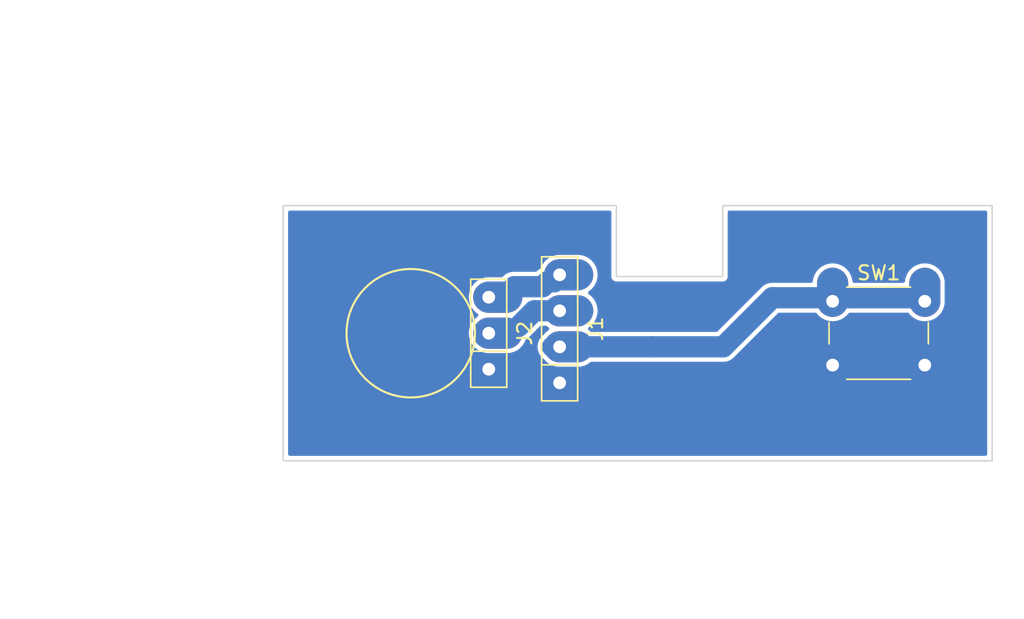
<source format=kicad_pcb>
(kicad_pcb (version 20171130) (host pcbnew "(5.1.6)-1")

  (general
    (thickness 1.6)
    (drawings 24)
    (tracks 12)
    (zones 0)
    (modules 3)
    (nets 5)
  )

  (page A4)
  (layers
    (0 F.Cu signal)
    (31 B.Cu signal)
    (32 B.Adhes user)
    (33 F.Adhes user)
    (34 B.Paste user)
    (35 F.Paste user)
    (36 B.SilkS user)
    (37 F.SilkS user)
    (38 B.Mask user)
    (39 F.Mask user)
    (40 Dwgs.User user)
    (41 Cmts.User user)
    (42 Eco1.User user)
    (43 Eco2.User user)
    (44 Edge.Cuts user)
    (45 Margin user)
    (46 B.CrtYd user)
    (47 F.CrtYd user)
    (48 B.Fab user)
    (49 F.Fab user)
  )

  (setup
    (last_trace_width 0.25)
    (user_trace_width 1.5)
    (trace_clearance 0.2)
    (zone_clearance 0.3)
    (zone_45_only no)
    (trace_min 0.2)
    (via_size 0.8)
    (via_drill 0.4)
    (via_min_size 0.4)
    (via_min_drill 0.3)
    (uvia_size 0.3)
    (uvia_drill 0.1)
    (uvias_allowed no)
    (uvia_min_size 0.2)
    (uvia_min_drill 0.1)
    (edge_width 0.1)
    (segment_width 0.2)
    (pcb_text_width 0.3)
    (pcb_text_size 1.5 1.5)
    (mod_edge_width 0.15)
    (mod_text_size 1 1)
    (mod_text_width 0.15)
    (pad_size 2.2 3.47)
    (pad_drill 0.9)
    (pad_to_mask_clearance 0)
    (aux_axis_origin 47.5 108)
    (grid_origin 47.5 108)
    (visible_elements 7FFFFFFF)
    (pcbplotparams
      (layerselection 0x01040_fffffffe)
      (usegerberextensions false)
      (usegerberattributes true)
      (usegerberadvancedattributes true)
      (creategerberjobfile false)
      (excludeedgelayer true)
      (linewidth 0.100000)
      (plotframeref false)
      (viasonmask true)
      (mode 1)
      (useauxorigin true)
      (hpglpennumber 1)
      (hpglpenspeed 20)
      (hpglpendiameter 15.000000)
      (psnegative false)
      (psa4output false)
      (plotreference true)
      (plotvalue true)
      (plotinvisibletext false)
      (padsonsilk false)
      (subtractmaskfromsilk false)
      (outputformat 1)
      (mirror false)
      (drillshape 0)
      (scaleselection 1)
      (outputdirectory "plot/"))
  )

  (net 0 "")
  (net 1 GND)
  (net 2 BUTTON)
  (net 3 LED)
  (net 4 +3V3)

  (net_class Default "This is the default net class."
    (clearance 0.2)
    (trace_width 0.25)
    (via_dia 0.8)
    (via_drill 0.4)
    (uvia_dia 0.3)
    (uvia_drill 0.1)
    (add_net +3V3)
    (add_net BUTTON)
    (add_net GND)
    (add_net LED)
  )

  (module cnc3018-PCB:my4pin (layer F.Cu) (tedit 669D8841) (tstamp 669D7863)
    (at 67 102.5 90)
    (path /669D5C6D)
    (fp_text reference J1 (at 3.81 2.54 90) (layer F.SilkS)
      (effects (font (size 1 1) (thickness 0.15)))
    )
    (fp_text value UI (at 3.81 -2.54 90) (layer F.Fab)
      (effects (font (size 1 1) (thickness 0.15)))
    )
    (fp_line (start 8.89 -1.27) (end 1.27 -1.27) (layer F.SilkS) (width 0.12))
    (fp_line (start 8.89 1.27) (end 8.89 -1.27) (layer F.SilkS) (width 0.12))
    (fp_line (start -1.27 1.27) (end 8.89 1.27) (layer F.SilkS) (width 0.12))
    (fp_line (start 1.27 -1.27) (end 1.27 1.27) (layer F.SilkS) (width 0.12))
    (fp_line (start -1.27 -1.27) (end 1.27 -1.27) (layer F.SilkS) (width 0.12))
    (fp_line (start -1.27 -1.27) (end -1.27 1.27) (layer F.SilkS) (width 0.12))
    (pad 1 thru_hole oval (at 0 0 90) (size 2.2 3.47) (drill 0.9 (offset 0 0.635)) (layers *.Cu *.Mask)
      (net 1 GND))
    (pad 2 thru_hole oval (at 2.54 0 90) (size 2.2 3.47) (drill 0.9 (offset 0 0.635)) (layers *.Cu *.Mask)
      (net 2 BUTTON))
    (pad 3 thru_hole oval (at 5.08 0 90) (size 2.2 3.47) (drill 0.9 (offset 0 0.635)) (layers *.Cu *.Mask)
      (net 3 LED))
    (pad 4 thru_hole oval (at 7.62 0 90) (size 2.2 3.47) (drill 0.9 (offset 0 0.635)) (layers *.Cu *.Mask)
      (net 4 +3V3))
  )

  (module cnc3018-PCB:my3pin (layer F.Cu) (tedit 64E3B280) (tstamp 669D7870)
    (at 62 99 90)
    (path /669D73E3)
    (fp_text reference J2 (at 0 2.54 90) (layer F.SilkS)
      (effects (font (size 1 1) (thickness 0.15)))
    )
    (fp_text value LED (at 0 -2.54 90) (layer F.Fab)
      (effects (font (size 1 1) (thickness 0.15)))
    )
    (fp_line (start -3.81 -1.27) (end -3.81 1.27) (layer F.SilkS) (width 0.12))
    (fp_line (start -3.81 -1.27) (end -1.27 -1.27) (layer F.SilkS) (width 0.12))
    (fp_line (start -1.27 -1.27) (end -1.27 1.27) (layer F.SilkS) (width 0.12))
    (fp_line (start 3.81 1.27) (end 3.81 -1.27) (layer F.SilkS) (width 0.12))
    (fp_line (start -3.81 1.27) (end 3.81 1.27) (layer F.SilkS) (width 0.12))
    (fp_line (start -1.27 -1.27) (end 3.81 -1.27) (layer F.SilkS) (width 0.12))
    (pad 1 thru_hole oval (at -2.54 0 90) (size 2.2 3.47) (drill 0.9 (offset 0 0.635)) (layers *.Cu *.Mask)
      (net 1 GND))
    (pad 2 thru_hole oval (at 0 0 90) (size 2.2 3.47) (drill 0.9 (offset 0 0.635)) (layers *.Cu *.Mask)
      (net 3 LED))
    (pad 3 thru_hole oval (at 2.54 0 90) (size 2.2 3.47) (drill 0.9 (offset 0 0.635)) (layers *.Cu *.Mask)
      (net 4 +3V3))
  )

  (module Button_Switch_THT:SW_PUSH_6mm_H8mm (layer F.Cu) (tedit 669D8954) (tstamp 669D788F)
    (at 86.25 96.75)
    (descr "tactile push button, 6x6mm e.g. PHAP33xx series, height=8mm")
    (tags "tact sw push 6mm")
    (path /669D7A15)
    (fp_text reference SW1 (at 3.25 -2) (layer F.SilkS)
      (effects (font (size 1 1) (thickness 0.15)))
    )
    (fp_text value BUTTON (at 3.75 6.7) (layer F.Fab)
      (effects (font (size 1 1) (thickness 0.15)))
    )
    (fp_line (start 3.25 -0.75) (end 6.25 -0.75) (layer F.Fab) (width 0.1))
    (fp_line (start 6.25 -0.75) (end 6.25 5.25) (layer F.Fab) (width 0.1))
    (fp_line (start 6.25 5.25) (end 0.25 5.25) (layer F.Fab) (width 0.1))
    (fp_line (start 0.25 5.25) (end 0.25 -0.75) (layer F.Fab) (width 0.1))
    (fp_line (start 0.25 -0.75) (end 3.25 -0.75) (layer F.Fab) (width 0.1))
    (fp_line (start 7.75 6) (end 8 6) (layer F.CrtYd) (width 0.05))
    (fp_line (start 8 6) (end 8 5.75) (layer F.CrtYd) (width 0.05))
    (fp_line (start 7.75 -1.5) (end 8 -1.5) (layer F.CrtYd) (width 0.05))
    (fp_line (start 8 -1.5) (end 8 -1.25) (layer F.CrtYd) (width 0.05))
    (fp_line (start -1.5 -1.25) (end -1.5 -1.5) (layer F.CrtYd) (width 0.05))
    (fp_line (start -1.5 -1.5) (end -1.25 -1.5) (layer F.CrtYd) (width 0.05))
    (fp_line (start -1.5 5.75) (end -1.5 6) (layer F.CrtYd) (width 0.05))
    (fp_line (start -1.5 6) (end -1.25 6) (layer F.CrtYd) (width 0.05))
    (fp_line (start -1.25 -1.5) (end 7.75 -1.5) (layer F.CrtYd) (width 0.05))
    (fp_line (start -1.5 5.75) (end -1.5 -1.25) (layer F.CrtYd) (width 0.05))
    (fp_line (start 7.75 6) (end -1.25 6) (layer F.CrtYd) (width 0.05))
    (fp_line (start 8 -1.25) (end 8 5.75) (layer F.CrtYd) (width 0.05))
    (fp_line (start 1 5.5) (end 5.5 5.5) (layer F.SilkS) (width 0.12))
    (fp_line (start -0.25 1.5) (end -0.25 3) (layer F.SilkS) (width 0.12))
    (fp_line (start 5.5 -1) (end 1 -1) (layer F.SilkS) (width 0.12))
    (fp_line (start 6.75 3) (end 6.75 1.5) (layer F.SilkS) (width 0.12))
    (fp_circle (center 3.25 2.25) (end 1.25 2.5) (layer F.Fab) (width 0.1))
    (fp_text user %R (at 3.25 2.25) (layer F.Fab)
      (effects (font (size 1 1) (thickness 0.15)))
    )
    (pad 2 thru_hole oval (at 0 4.5) (size 2.2 3.47) (drill 0.9 (offset 0 0.635)) (layers *.Cu *.Mask)
      (net 1 GND))
    (pad 1 thru_hole oval (at 0 0) (size 2.2 3.47) (drill 0.9 (offset 0 -0.635)) (layers *.Cu *.Mask)
      (net 2 BUTTON))
    (pad 2 thru_hole oval (at 6.5 4.5) (size 2.2 3.47) (drill 0.9 (offset 0 0.635)) (layers *.Cu *.Mask)
      (net 1 GND))
    (pad 1 thru_hole oval (at 6.5 0) (size 2.2 3.47) (drill 0.9 (offset 0 -0.635)) (layers *.Cu *.Mask)
      (net 2 BUTTON))
    (model ${KISYS3DMOD}/Button_Switch_THT.3dshapes/SW_PUSH_6mm_H8mm.wrl
      (at (xyz 0 0 0))
      (scale (xyz 1 1 1))
      (rotate (xyz 0 0 0))
    )
  )

  (dimension 12 (width 0.15) (layer Dwgs.User)
    (gr_text "12.000 mm" (at 89.5 76.2) (layer Dwgs.User)
      (effects (font (size 1 1) (thickness 0.15)))
    )
    (feature1 (pts (xy 83.5 92) (xy 83.5 76.913579)))
    (feature2 (pts (xy 95.5 92) (xy 95.5 76.913579)))
    (crossbar (pts (xy 95.5 77.5) (xy 83.5 77.5)))
    (arrow1a (pts (xy 83.5 77.5) (xy 84.626504 76.913579)))
    (arrow1b (pts (xy 83.5 77.5) (xy 84.626504 78.086421)))
    (arrow2a (pts (xy 95.5 77.5) (xy 94.373496 76.913579)))
    (arrow2b (pts (xy 95.5 77.5) (xy 94.373496 78.086421)))
  )
  (dimension 9.006409 (width 0.15) (layer Dwgs.User)
    (gr_text "9.006 mm" (at 31.2 103.496795 90) (layer Dwgs.User)
      (effects (font (size 1 1) (thickness 0.15)))
    )
    (feature1 (pts (xy 56.5 108) (xy 31.913579 108)))
    (feature2 (pts (xy 56.5 98.993591) (xy 31.913579 98.993591)))
    (crossbar (pts (xy 32.5 98.993591) (xy 32.5 108)))
    (arrow1a (pts (xy 32.5 108) (xy 31.913579 106.873496)))
    (arrow1b (pts (xy 32.5 108) (xy 33.086421 106.873496)))
    (arrow2a (pts (xy 32.5 98.993591) (xy 31.913579 100.120095)))
    (arrow2b (pts (xy 32.5 98.993591) (xy 33.086421 100.120095)))
  )
  (dimension 9 (width 0.15) (layer Dwgs.User)
    (gr_text "9.000 mm" (at 52 119.8) (layer Dwgs.User)
      (effects (font (size 1 1) (thickness 0.15)))
    )
    (feature1 (pts (xy 47.5 98.993591) (xy 47.5 119.086421)))
    (feature2 (pts (xy 56.5 98.993591) (xy 56.5 119.086421)))
    (crossbar (pts (xy 56.5 118.5) (xy 47.5 118.5)))
    (arrow1a (pts (xy 47.5 118.5) (xy 48.626504 117.913579)))
    (arrow1b (pts (xy 47.5 118.5) (xy 48.626504 119.086421)))
    (arrow2a (pts (xy 56.5 118.5) (xy 55.373496 117.913579)))
    (arrow2b (pts (xy 56.5 118.5) (xy 55.373496 119.086421)))
  )
  (gr_line (start 97.5 108) (end 97.5 90) (layer Edge.Cuts) (width 0.1) (tstamp 669D8101))
  (gr_line (start 47.5 108) (end 97.5 108) (layer Edge.Cuts) (width 0.1))
  (gr_line (start 47.5 90) (end 47.5 108) (layer Edge.Cuts) (width 0.1))
  (gr_line (start 71 90) (end 47.5 90) (layer Edge.Cuts) (width 0.1))
  (gr_line (start 71 95) (end 71 90) (layer Edge.Cuts) (width 0.1))
  (gr_line (start 78.5 95) (end 71 95) (layer Edge.Cuts) (width 0.1))
  (gr_line (start 78.5 90) (end 78.5 95) (layer Edge.Cuts) (width 0.1))
  (gr_line (start 97.5 90) (end 78.5 90) (layer Edge.Cuts) (width 0.1))
  (gr_line (start 83.5 92) (end 95.5 106.25) (layer Eco1.User) (width 0.15))
  (gr_line (start 95.5 92) (end 83.25 106) (layer Eco1.User) (width 0.15))
  (gr_line (start 78.5 92) (end 78.5 106) (layer Eco1.User) (width 0.15))
  (gr_line (start 83.5 92) (end 83.5 106) (layer Eco1.User) (width 0.15))
  (gr_line (start 49.5 92) (end 95.5 92) (layer Eco1.User) (width 0.15) (tstamp 669D7C86))
  (gr_line (start 49.5 106) (end 49.5 92) (layer Eco1.User) (width 0.15))
  (gr_line (start 95.5 106) (end 49.5 106) (layer Eco1.User) (width 0.15))
  (gr_line (start 95.5 92) (end 95.5 106) (layer Eco1.User) (width 0.15))
  (gr_circle (center 56.5 99) (end 61.027693 99) (layer F.SilkS) (width 0.15))
  (gr_line (start 47.5 108) (end 47.5 90) (layer Dwgs.User) (width 0.15) (tstamp 669D5E46))
  (gr_line (start 97.5 108) (end 47.5 108) (layer Dwgs.User) (width 0.15))
  (gr_line (start 97.5 90) (end 97.5 108) (layer Dwgs.User) (width 0.15))
  (gr_line (start 47.5 90) (end 97.5 90) (layer Dwgs.User) (width 0.15))

  (segment (start 66.5 99.96) (end 73.54 99.96) (width 1.5) (layer B.Cu) (net 2))
  (segment (start 73.54 99.96) (end 78.54 99.96) (width 1.5) (layer B.Cu) (net 2))
  (segment (start 78.54 99.96) (end 82 96.5) (width 1.5) (layer B.Cu) (net 2))
  (segment (start 82 96.5) (end 93 96.5) (width 1.5) (layer B.Cu) (net 2))
  (segment (start 63 99) (end 62 99) (width 1.5) (layer B.Cu) (net 3))
  (segment (start 65.209151 97.42) (end 64.129151 98.5) (width 1.5) (layer B.Cu) (net 3))
  (segment (start 67 97.42) (end 65.209151 97.42) (width 1.5) (layer B.Cu) (net 3))
  (segment (start 67 94.88) (end 67 95) (width 1.5) (layer B.Cu) (net 4))
  (segment (start 66.63001 95.36999) (end 66.150859 95.36999) (width 1.5) (layer B.Cu) (net 4))
  (segment (start 67 95) (end 66.63001 95.36999) (width 1.5) (layer B.Cu) (net 4))
  (segment (start 65.800859 95.71999) (end 63.78001 95.71999) (width 1.5) (layer B.Cu) (net 4))
  (segment (start 66.150859 95.36999) (end 65.800859 95.71999) (width 1.5) (layer B.Cu) (net 4))

  (zone (net 1) (net_name GND) (layer B.Cu) (tstamp 669D8BD2) (hatch edge 0.508)
    (connect_pads yes (clearance 0.3))
    (min_thickness 0.25)
    (fill yes (arc_segments 32) (thermal_gap 0.508) (thermal_bridge_width 0.508))
    (polygon
      (pts
        (xy 99.75 110) (xy 45.25 110) (xy 45.25 87.5) (xy 99.75 87.5)
      )
    )
    (filled_polygon
      (pts
        (xy 70.525 94.976668) (xy 70.522702 95) (xy 70.531873 95.093116) (xy 70.559034 95.182654) (xy 70.584522 95.230339)
        (xy 70.603141 95.265173) (xy 70.662499 95.337501) (xy 70.734827 95.396859) (xy 70.817346 95.440966) (xy 70.906884 95.468127)
        (xy 71 95.477298) (xy 71.023332 95.475) (xy 78.476668 95.475) (xy 78.5 95.477298) (xy 78.523332 95.475)
        (xy 78.593116 95.468127) (xy 78.682654 95.440966) (xy 78.765173 95.396859) (xy 78.837501 95.337501) (xy 78.896859 95.265173)
        (xy 78.940966 95.182654) (xy 78.968127 95.093116) (xy 78.977298 95) (xy 78.975 94.976668) (xy 78.975 90.475)
        (xy 97.025001 90.475) (xy 97.025 107.525) (xy 47.975 107.525) (xy 47.975 96.46) (xy 60.467622 96.46)
        (xy 60.497066 96.758952) (xy 60.584267 97.046416) (xy 60.725874 97.311344) (xy 60.916445 97.543555) (xy 61.143628 97.73)
        (xy 60.916445 97.916445) (xy 60.725874 98.148656) (xy 60.584267 98.413584) (xy 60.497066 98.701048) (xy 60.467622 99)
        (xy 60.497066 99.298952) (xy 60.584267 99.586416) (xy 60.725874 99.851344) (xy 60.916445 100.083555) (xy 61.148656 100.274126)
        (xy 61.413584 100.415733) (xy 61.701048 100.502934) (xy 61.925089 100.525) (xy 63.344911 100.525) (xy 63.568952 100.502934)
        (xy 63.856416 100.415733) (xy 64.121344 100.274126) (xy 64.353555 100.083555) (xy 64.544126 99.851344) (xy 64.685733 99.586416)
        (xy 64.704414 99.524833) (xy 64.785104 99.481703) (xy 64.919187 99.371664) (xy 65.695852 98.595) (xy 66.027871 98.595)
        (xy 66.143628 98.69) (xy 65.916445 98.876445) (xy 65.809775 99.006422) (xy 65.66513 99.12513) (xy 65.518296 99.304047)
        (xy 65.409189 99.508171) (xy 65.342002 99.72966) (xy 65.319315 99.96) (xy 65.342002 100.19034) (xy 65.409189 100.411829)
        (xy 65.518296 100.615953) (xy 65.66513 100.79487) (xy 65.809775 100.913578) (xy 65.916445 101.043555) (xy 66.148656 101.234126)
        (xy 66.413584 101.375733) (xy 66.701048 101.462934) (xy 66.925089 101.485) (xy 68.344911 101.485) (xy 68.568952 101.462934)
        (xy 68.856416 101.375733) (xy 69.121344 101.234126) (xy 69.242129 101.135) (xy 78.482288 101.135) (xy 78.54 101.140684)
        (xy 78.597712 101.135) (xy 78.59772 101.135) (xy 78.77034 101.117998) (xy 78.991829 101.050811) (xy 79.195953 100.941704)
        (xy 79.37487 100.79487) (xy 79.411666 100.750034) (xy 82.486701 97.675) (xy 85.036323 97.675) (xy 85.166446 97.833555)
        (xy 85.398657 98.024126) (xy 85.663585 98.165733) (xy 85.951049 98.252934) (xy 86.25 98.282378) (xy 86.548952 98.252934)
        (xy 86.836416 98.165733) (xy 87.101344 98.024126) (xy 87.333555 97.833555) (xy 87.463678 97.675) (xy 91.536323 97.675)
        (xy 91.666446 97.833555) (xy 91.898657 98.024126) (xy 92.163585 98.165733) (xy 92.451049 98.252934) (xy 92.75 98.282378)
        (xy 93.048952 98.252934) (xy 93.336416 98.165733) (xy 93.601344 98.024126) (xy 93.833555 97.833555) (xy 94.024126 97.601344)
        (xy 94.165733 97.336416) (xy 94.252934 97.048952) (xy 94.275 96.824911) (xy 94.275 95.405089) (xy 94.252934 95.181048)
        (xy 94.165733 94.893584) (xy 94.024126 94.628656) (xy 93.833555 94.396445) (xy 93.601343 94.205874) (xy 93.336415 94.064267)
        (xy 93.048951 93.977066) (xy 92.75 93.947622) (xy 92.451048 93.977066) (xy 92.163584 94.064267) (xy 91.898656 94.205874)
        (xy 91.666445 94.396445) (xy 91.475874 94.628657) (xy 91.334267 94.893585) (xy 91.247066 95.181049) (xy 91.232888 95.325)
        (xy 87.767112 95.325) (xy 87.752934 95.181048) (xy 87.665733 94.893584) (xy 87.524126 94.628656) (xy 87.333555 94.396445)
        (xy 87.101343 94.205874) (xy 86.836415 94.064267) (xy 86.548951 93.977066) (xy 86.25 93.947622) (xy 85.951048 93.977066)
        (xy 85.663584 94.064267) (xy 85.398656 94.205874) (xy 85.166445 94.396445) (xy 84.975874 94.628657) (xy 84.834267 94.893585)
        (xy 84.747066 95.181049) (xy 84.732888 95.325) (xy 82.057712 95.325) (xy 82 95.319316) (xy 81.942288 95.325)
        (xy 81.94228 95.325) (xy 81.789205 95.340077) (xy 81.769659 95.342002) (xy 81.656115 95.376445) (xy 81.548171 95.409189)
        (xy 81.344047 95.518296) (xy 81.344045 95.518297) (xy 81.344046 95.518297) (xy 81.244089 95.60033) (xy 81.16513 95.66513)
        (xy 81.128338 95.709961) (xy 78.0533 98.785) (xy 69.242129 98.785) (xy 69.126372 98.69) (xy 69.353555 98.503555)
        (xy 69.544126 98.271344) (xy 69.685733 98.006416) (xy 69.772934 97.718952) (xy 69.802378 97.42) (xy 69.772934 97.121048)
        (xy 69.685733 96.833584) (xy 69.544126 96.568656) (xy 69.353555 96.336445) (xy 69.126372 96.15) (xy 69.353555 95.963555)
        (xy 69.544126 95.731344) (xy 69.685733 95.466416) (xy 69.772934 95.178952) (xy 69.802378 94.88) (xy 69.772934 94.581048)
        (xy 69.685733 94.293584) (xy 69.544126 94.028656) (xy 69.353555 93.796445) (xy 69.121344 93.605874) (xy 68.856416 93.464267)
        (xy 68.568952 93.377066) (xy 68.344911 93.355) (xy 66.925089 93.355) (xy 66.701048 93.377066) (xy 66.413584 93.464267)
        (xy 66.148656 93.605874) (xy 65.916445 93.796445) (xy 65.725874 94.028656) (xy 65.584267 94.293584) (xy 65.567273 94.349605)
        (xy 65.494906 94.388286) (xy 65.315989 94.53512) (xy 65.307889 94.54499) (xy 63.72229 94.54499) (xy 63.54967 94.561992)
        (xy 63.328181 94.629179) (xy 63.124057 94.738286) (xy 62.94514 94.88512) (xy 62.904204 94.935) (xy 61.925089 94.935)
        (xy 61.701048 94.957066) (xy 61.413584 95.044267) (xy 61.148656 95.185874) (xy 60.916445 95.376445) (xy 60.725874 95.608656)
        (xy 60.584267 95.873584) (xy 60.497066 96.161048) (xy 60.467622 96.46) (xy 47.975 96.46) (xy 47.975 90.475)
        (xy 70.525001 90.475)
      )
    )
  )
)

</source>
